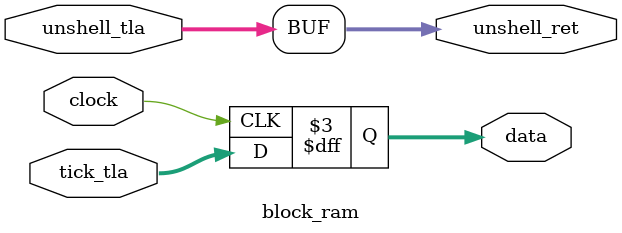
<source format=sv>
`include "metron/tools/metron_tools.sv"


//------------------------------------------------------------------------------

typedef struct packed {
  logic[31:0] a_data;
} tilelink_a;

module block_ram  (
  // global clock
  input logic clock,
  // output signals
  output logic[31:0]data,
  // unshell() ports
  input tilelink_a unshell_tla,
  output logic[31:0] unshell_ret,
  // tick() ports
  input tilelink_a tick_tla
);
/*public*/

  always_comb begin : unshell
    unshell_ret = unshell_tla.a_data;
  end

  always_ff @(posedge clock) begin : tick
    data <= tick_tla.a_data;
  end

endmodule

//------------------------------------------------------------------------------

</source>
